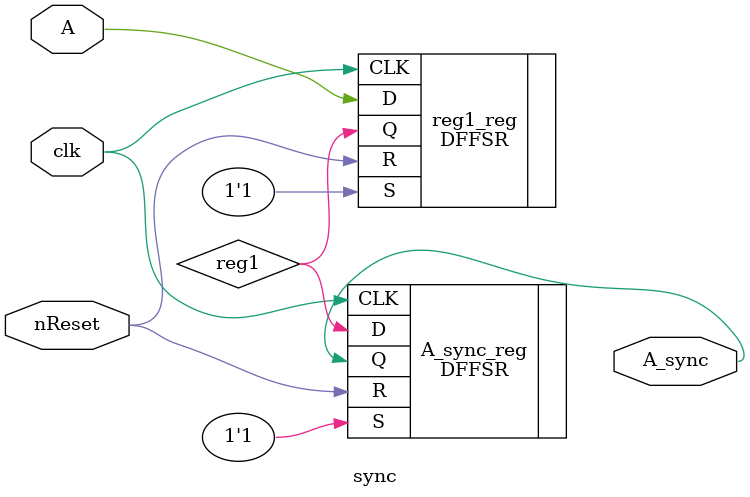
<source format=v>

module sync ( clk, nReset, A, A_sync );
  input clk, nReset, A;
  output A_sync;
  wire   reg1;

  DFFSR reg1_reg ( .D(A), .CLK(clk), .R(nReset), .S(1'b1), .Q(reg1) );
  DFFSR A_sync_reg ( .D(reg1), .CLK(clk), .R(nReset), .S(1'b1), .Q(A_sync) );
endmodule


</source>
